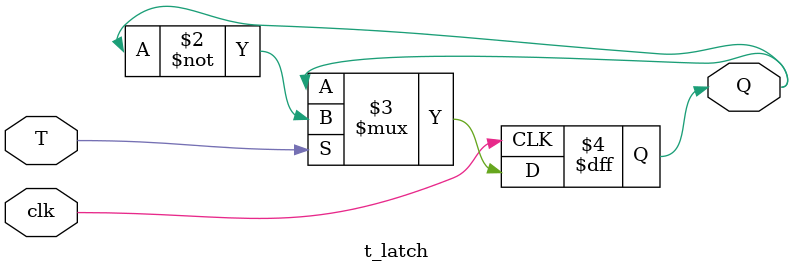
<source format=v>

module gate_select(SW, KEY, LEDR);
	input [9:0] SW;
	input [3:0] KEY;
	output [9:0] LEDR;

	abstract_gate_selector AGS1(.in({~KEY[1],~KEY[0]}),
								.selection(SW[9:6]),
								.gate_out(LEDR[0]));
endmodule

module abstract_gate_selector(
	input [1:0] in,
	input [3:0] selection,
	output gate_out);

	wire srwire;
	sr_latch SR(.S(in[1]),
				.R(in[0]),
				.Q(srwire));

	wire twire;
	t_latch TLatch(.T(in[1]),
				   .clk(in[0]),
				   .Q(twire));

	localparam 	S_AND	= 4'd0,
				S_OR	= 4'd1,
				S_NAND	= 4'd2,
				S_NOR	= 4'd3,
				S_XOR	= 4'd4,
				S_XNOR	= 4'd5,
				S_SR	= 4'd6,
				S_T		= 4'd7,
				S_D		= 4'd8;
	
	reg result;

	always @(*)
	begin: select_table
		case (selection)
			S_AND: result = in[1] & in[0];
			S_OR: result = in[1] | in[0];
			S_NAND: result = ~(in[1] & in[0]);
			S_NOR: result = ~(in[1] | in[0]);
			S_XOR: result = in[1] ^ in[0];
			S_XNOR: result = ~(in[1] ^ in[0]);
			S_SR: result = srwire;
			S_T: result = twire;
			S_D: result = in[0] ? in[1] : result;
		endcase
	end
	assign gate_out = result;
endmodule

module sr_latch(
	input S,
	input R,
	output Q);

	reg curstate;

	always @(*)
	begin: sr
		case (curstate)
			1'b0: curstate = S ? 1'b1 : 1'b0;
			1'b1: curstate = R ? 1'b0 : 1'b1;
		default: curstate = 1'b0;
		endcase
	end
	assign Q = curstate;
endmodule

module t_latch(
	input T,
	input clk,
	output reg Q);

//	reg curstate;

	always @(posedge clk)
		Q <= T ? ~Q : Q;

//	assign Q = curstate;
endmodule

</source>
